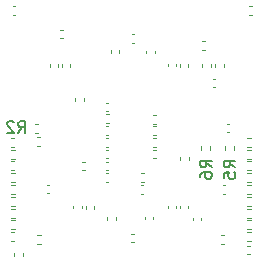
<source format=gbr>
%TF.GenerationSoftware,KiCad,Pcbnew,6.0.10-86aedd382b~118~ubuntu20.04.1*%
%TF.CreationDate,2023-03-04T23:04:57-08:00*%
%TF.ProjectId,ep2c35_trial,65703263-3335-45f7-9472-69616c2e6b69,rev?*%
%TF.SameCoordinates,Original*%
%TF.FileFunction,Legend,Bot*%
%TF.FilePolarity,Positive*%
%FSLAX46Y46*%
G04 Gerber Fmt 4.6, Leading zero omitted, Abs format (unit mm)*
G04 Created by KiCad (PCBNEW 6.0.10-86aedd382b~118~ubuntu20.04.1) date 2023-03-04 23:04:57*
%MOMM*%
%LPD*%
G01*
G04 APERTURE LIST*
%ADD10C,0.150000*%
%ADD11C,0.120000*%
G04 APERTURE END LIST*
D10*
%TO.C,R5*%
X153352380Y-84133333D02*
X152876190Y-83800000D01*
X153352380Y-83561904D02*
X152352380Y-83561904D01*
X152352380Y-83942857D01*
X152400000Y-84038095D01*
X152447619Y-84085714D01*
X152542857Y-84133333D01*
X152685714Y-84133333D01*
X152780952Y-84085714D01*
X152828571Y-84038095D01*
X152876190Y-83942857D01*
X152876190Y-83561904D01*
X152352380Y-85038095D02*
X152352380Y-84561904D01*
X152828571Y-84514285D01*
X152780952Y-84561904D01*
X152733333Y-84657142D01*
X152733333Y-84895238D01*
X152780952Y-84990476D01*
X152828571Y-85038095D01*
X152923809Y-85085714D01*
X153161904Y-85085714D01*
X153257142Y-85038095D01*
X153304761Y-84990476D01*
X153352380Y-84895238D01*
X153352380Y-84657142D01*
X153304761Y-84561904D01*
X153257142Y-84514285D01*
%TO.C,R6*%
X151352380Y-84123333D02*
X150876190Y-83790000D01*
X151352380Y-83551904D02*
X150352380Y-83551904D01*
X150352380Y-83932857D01*
X150400000Y-84028095D01*
X150447619Y-84075714D01*
X150542857Y-84123333D01*
X150685714Y-84123333D01*
X150780952Y-84075714D01*
X150828571Y-84028095D01*
X150876190Y-83932857D01*
X150876190Y-83551904D01*
X150352380Y-84980476D02*
X150352380Y-84790000D01*
X150400000Y-84694761D01*
X150447619Y-84647142D01*
X150590476Y-84551904D01*
X150780952Y-84504285D01*
X151161904Y-84504285D01*
X151257142Y-84551904D01*
X151304761Y-84599523D01*
X151352380Y-84694761D01*
X151352380Y-84885238D01*
X151304761Y-84980476D01*
X151257142Y-85028095D01*
X151161904Y-85075714D01*
X150923809Y-85075714D01*
X150828571Y-85028095D01*
X150780952Y-84980476D01*
X150733333Y-84885238D01*
X150733333Y-84694761D01*
X150780952Y-84599523D01*
X150828571Y-84551904D01*
X150923809Y-84504285D01*
%TO.C,R2*%
X134966666Y-81202380D02*
X135300000Y-80726190D01*
X135538095Y-81202380D02*
X135538095Y-80202380D01*
X135157142Y-80202380D01*
X135061904Y-80250000D01*
X135014285Y-80297619D01*
X134966666Y-80392857D01*
X134966666Y-80535714D01*
X135014285Y-80630952D01*
X135061904Y-80678571D01*
X135157142Y-80726190D01*
X135538095Y-80726190D01*
X134585714Y-80297619D02*
X134538095Y-80250000D01*
X134442857Y-80202380D01*
X134204761Y-80202380D01*
X134109523Y-80250000D01*
X134061904Y-80297619D01*
X134014285Y-80392857D01*
X134014285Y-80488095D01*
X134061904Y-80630952D01*
X134633333Y-81202380D01*
X134014285Y-81202380D01*
D11*
%TO.C,C67*%
X154522164Y-71210000D02*
X154737836Y-71210000D01*
X154522164Y-70490000D02*
X154737836Y-70490000D01*
%TO.C,R24*%
X134663641Y-86620000D02*
X134356359Y-86620000D01*
X134663641Y-87380000D02*
X134356359Y-87380000D01*
%TO.C,R23*%
X134663641Y-87620000D02*
X134356359Y-87620000D01*
X134663641Y-88380000D02*
X134356359Y-88380000D01*
%TO.C,R30*%
X134643641Y-81620000D02*
X134336359Y-81620000D01*
X134643641Y-82380000D02*
X134336359Y-82380000D01*
%TO.C,R14*%
X154336359Y-86380000D02*
X154643641Y-86380000D01*
X154336359Y-85620000D02*
X154643641Y-85620000D01*
%TO.C,C70*%
X140510000Y-78477836D02*
X140510000Y-78262164D01*
X139790000Y-78477836D02*
X139790000Y-78262164D01*
%TO.C,R12*%
X154336359Y-83620000D02*
X154643641Y-83620000D01*
X154336359Y-84380000D02*
X154643641Y-84380000D01*
%TO.C,C46*%
X146627836Y-81640000D02*
X146412164Y-81640000D01*
X146627836Y-82360000D02*
X146412164Y-82360000D01*
%TO.C,C58*%
X146410000Y-88292164D02*
X146410000Y-88507836D01*
X145690000Y-88292164D02*
X145690000Y-88507836D01*
%TO.C,C68*%
X152827836Y-80440000D02*
X152612164Y-80440000D01*
X152827836Y-81160000D02*
X152612164Y-81160000D01*
%TO.C,R26*%
X134663641Y-84620000D02*
X134356359Y-84620000D01*
X134663641Y-85380000D02*
X134356359Y-85380000D01*
%TO.C,C39*%
X142597836Y-83640000D02*
X142382164Y-83640000D01*
X142597836Y-84360000D02*
X142382164Y-84360000D01*
%TO.C,C43*%
X142597836Y-85360000D02*
X142382164Y-85360000D01*
X142597836Y-84640000D02*
X142382164Y-84640000D01*
%TO.C,C57*%
X140372164Y-84360000D02*
X140587836Y-84360000D01*
X140372164Y-83640000D02*
X140587836Y-83640000D01*
%TO.C,C66*%
X138737836Y-73210000D02*
X138522164Y-73210000D01*
X138737836Y-72490000D02*
X138522164Y-72490000D01*
%TO.C,R20*%
X154336359Y-81620000D02*
X154643641Y-81620000D01*
X154336359Y-82380000D02*
X154643641Y-82380000D01*
%TO.C,R22*%
X134663641Y-88620000D02*
X134356359Y-88620000D01*
X134663641Y-89380000D02*
X134356359Y-89380000D01*
%TO.C,R28*%
X134663641Y-83380000D02*
X134356359Y-83380000D01*
X134663641Y-82620000D02*
X134356359Y-82620000D01*
%TO.C,R27*%
X134643641Y-84380000D02*
X134336359Y-84380000D01*
X134643641Y-83620000D02*
X134336359Y-83620000D01*
%TO.C,C31*%
X138640000Y-75412164D02*
X138640000Y-75627836D01*
X139360000Y-75412164D02*
X139360000Y-75627836D01*
%TO.C,C37*%
X142382164Y-81360000D02*
X142597836Y-81360000D01*
X142382164Y-80640000D02*
X142597836Y-80640000D01*
%TO.C,C62*%
X151627836Y-77360000D02*
X151412164Y-77360000D01*
X151627836Y-76640000D02*
X151412164Y-76640000D01*
%TO.C,C60*%
X134727836Y-70490000D02*
X134512164Y-70490000D01*
X134727836Y-71210000D02*
X134512164Y-71210000D01*
%TO.C,C50*%
X134640000Y-91627836D02*
X134640000Y-91412164D01*
X135360000Y-91627836D02*
X135360000Y-91412164D01*
%TO.C,C42*%
X142382164Y-82360000D02*
X142597836Y-82360000D01*
X142382164Y-81640000D02*
X142597836Y-81640000D01*
%TO.C,C61*%
X150562164Y-74160000D02*
X150777836Y-74160000D01*
X150562164Y-73440000D02*
X150777836Y-73440000D01*
%TO.C,C1*%
X148640000Y-75587836D02*
X148640000Y-75372164D01*
X149360000Y-75587836D02*
X149360000Y-75372164D01*
%TO.C,C45*%
X146627836Y-80640000D02*
X146412164Y-80640000D01*
X146627836Y-81360000D02*
X146412164Y-81360000D01*
%TO.C,C44*%
X146627836Y-79690000D02*
X146412164Y-79690000D01*
X146627836Y-80410000D02*
X146412164Y-80410000D01*
%TO.C,C36*%
X139640000Y-87372164D02*
X139640000Y-87587836D01*
X140360000Y-87372164D02*
X140360000Y-87587836D01*
%TO.C,C54*%
X137372164Y-86310000D02*
X137587836Y-86310000D01*
X137372164Y-85590000D02*
X137587836Y-85590000D01*
%TO.C,C59*%
X148690000Y-83477836D02*
X148690000Y-83262164D01*
X149410000Y-83477836D02*
X149410000Y-83262164D01*
%TO.C,R18*%
X154336359Y-89620000D02*
X154643641Y-89620000D01*
X154336359Y-90380000D02*
X154643641Y-90380000D01*
%TO.C,C55*%
X143210000Y-88322164D02*
X143210000Y-88537836D01*
X142490000Y-88322164D02*
X142490000Y-88537836D01*
%TO.C,C63*%
X143510000Y-74437836D02*
X143510000Y-74222164D01*
X142790000Y-74437836D02*
X142790000Y-74222164D01*
%TO.C,C64*%
X145790000Y-74457836D02*
X145790000Y-74242164D01*
X146510000Y-74457836D02*
X146510000Y-74242164D01*
%TO.C,C33*%
X148360000Y-87372164D02*
X148360000Y-87587836D01*
X147640000Y-87372164D02*
X147640000Y-87587836D01*
%TO.C,C53*%
X152292164Y-86360000D02*
X152507836Y-86360000D01*
X152292164Y-85640000D02*
X152507836Y-85640000D01*
%TO.C,C51*%
X154577836Y-90740000D02*
X154362164Y-90740000D01*
X154577836Y-91460000D02*
X154362164Y-91460000D01*
%TO.C,C2*%
X147640000Y-75577836D02*
X147640000Y-75362164D01*
X148360000Y-75577836D02*
X148360000Y-75362164D01*
%TO.C,R21*%
X134643641Y-89620000D02*
X134336359Y-89620000D01*
X134643641Y-90380000D02*
X134336359Y-90380000D01*
%TO.C,C40*%
X142392164Y-79640000D02*
X142607836Y-79640000D01*
X142392164Y-80360000D02*
X142607836Y-80360000D01*
%TO.C,C34*%
X149360000Y-87372164D02*
X149360000Y-87587836D01*
X148640000Y-87372164D02*
X148640000Y-87587836D01*
%TO.C,R17*%
X154336359Y-88620000D02*
X154643641Y-88620000D01*
X154336359Y-89380000D02*
X154643641Y-89380000D01*
%TO.C,R16*%
X154336359Y-87620000D02*
X154643641Y-87620000D01*
X154336359Y-88380000D02*
X154643641Y-88380000D01*
%TO.C,R5*%
X152470000Y-82336359D02*
X152470000Y-82643641D01*
X153230000Y-82336359D02*
X153230000Y-82643641D01*
%TO.C,C49*%
X145342164Y-85640000D02*
X145557836Y-85640000D01*
X145342164Y-86360000D02*
X145557836Y-86360000D01*
%TO.C,R11*%
X154336359Y-82620000D02*
X154643641Y-82620000D01*
X154336359Y-83380000D02*
X154643641Y-83380000D01*
%TO.C,R6*%
X151230000Y-82336359D02*
X151230000Y-82643641D01*
X150470000Y-82336359D02*
X150470000Y-82643641D01*
%TO.C,R2*%
X136356359Y-80470000D02*
X136663641Y-80470000D01*
X136356359Y-81230000D02*
X136663641Y-81230000D01*
%TO.C,C35*%
X140690000Y-87392164D02*
X140690000Y-87607836D01*
X141410000Y-87392164D02*
X141410000Y-87607836D01*
%TO.C,C3*%
X150540000Y-75587836D02*
X150540000Y-75372164D01*
X151260000Y-75587836D02*
X151260000Y-75372164D01*
%TO.C,R15*%
X154336359Y-86620000D02*
X154643641Y-86620000D01*
X154336359Y-87380000D02*
X154643641Y-87380000D01*
%TO.C,C69*%
X144522164Y-89740000D02*
X144737836Y-89740000D01*
X144522164Y-90460000D02*
X144737836Y-90460000D01*
%TO.C,C38*%
X142587836Y-78640000D02*
X142372164Y-78640000D01*
X142587836Y-79360000D02*
X142372164Y-79360000D01*
%TO.C,C4*%
X152360000Y-75587836D02*
X152360000Y-75372164D01*
X151640000Y-75587836D02*
X151640000Y-75372164D01*
%TO.C,C65*%
X144572164Y-72840000D02*
X144787836Y-72840000D01*
X144572164Y-73560000D02*
X144787836Y-73560000D01*
%TO.C,C56*%
X136562164Y-81590000D02*
X136777836Y-81590000D01*
X136562164Y-82310000D02*
X136777836Y-82310000D01*
%TO.C,R25*%
X134663641Y-85620000D02*
X134356359Y-85620000D01*
X134663641Y-86380000D02*
X134356359Y-86380000D01*
%TO.C,R19*%
X152086359Y-90580000D02*
X152393641Y-90580000D01*
X152086359Y-89820000D02*
X152393641Y-89820000D01*
%TO.C,C48*%
X145372164Y-84640000D02*
X145587836Y-84640000D01*
X145372164Y-85360000D02*
X145587836Y-85360000D01*
%TO.C,R13*%
X154336359Y-84620000D02*
X154643641Y-84620000D01*
X154336359Y-85380000D02*
X154643641Y-85380000D01*
%TO.C,C32*%
X137640000Y-75372164D02*
X137640000Y-75587836D01*
X138360000Y-75372164D02*
X138360000Y-75587836D01*
%TO.C,C47*%
X146627836Y-83360000D02*
X146412164Y-83360000D01*
X146627836Y-82640000D02*
X146412164Y-82640000D01*
%TO.C,R29*%
X136893641Y-89820000D02*
X136586359Y-89820000D01*
X136893641Y-90580000D02*
X136586359Y-90580000D01*
%TO.C,C52*%
X150460000Y-88587836D02*
X150460000Y-88372164D01*
X149740000Y-88587836D02*
X149740000Y-88372164D01*
%TO.C,C41*%
X142382164Y-83360000D02*
X142597836Y-83360000D01*
X142382164Y-82640000D02*
X142597836Y-82640000D01*
%TD*%
M02*

</source>
